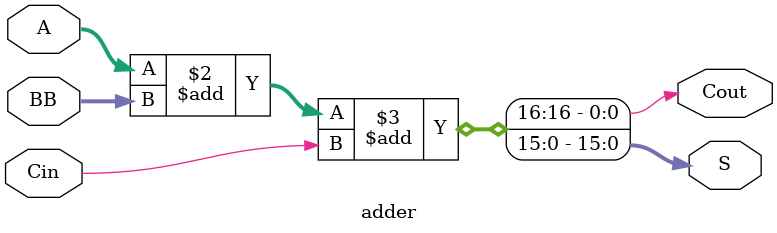
<source format=sv>
module adder(
	output logic [15:0] S,
	output logic Cout,
 	input logic [15:0] A, BB,
 	input logic Cin 
	);
  always_comb
     {Cout, S} = A + BB + Cin;
endmodule
</source>
